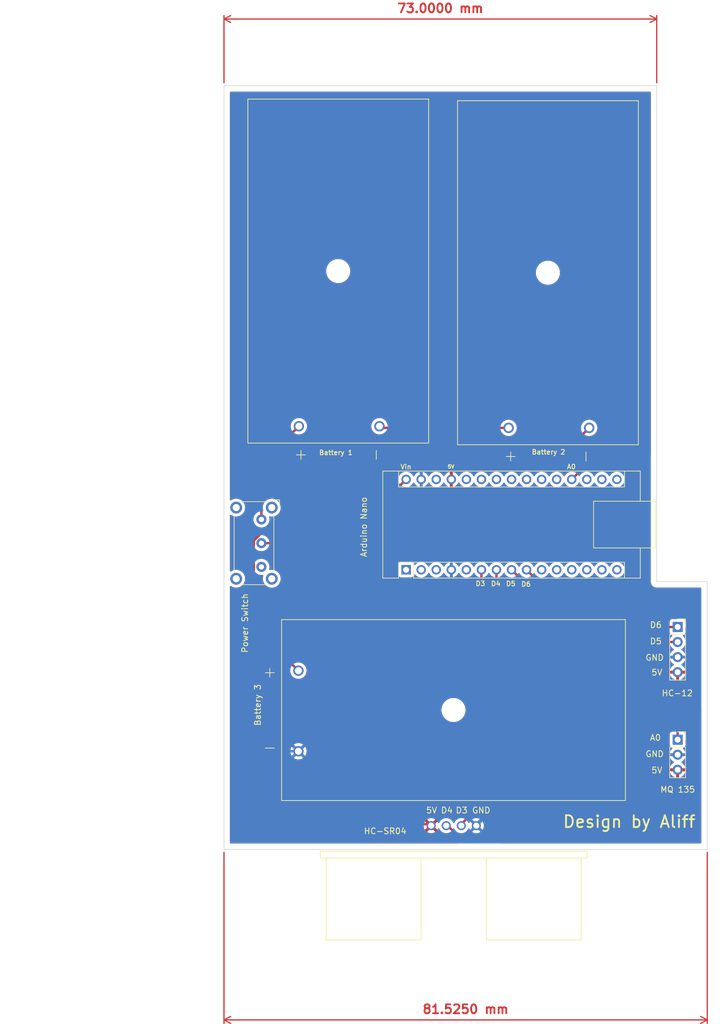
<source format=kicad_pcb>
(kicad_pcb (version 20221018) (generator pcbnew)
  (layers (0 "F.Cu" signal) (31 "B.Cu" signal) (34 "B.Paste" user) (35 "F.Paste" user) (36 "B.SilkS" user "B.Silkscreen") (37 "F.SilkS" user "F.Silkscreen") (38 "B.Mask" user) (39 "F.Mask" user) (44 "Edge.Cuts" user))
  (net 0 "")
  (net 4 "GND")
  (net 6 "/D3")
  (net 7 "/D4")
  (net 8 "/D6")
  (net 9 "/D5")
  (net 16 "/A0")
  (net 24 "Net-(A1-VIN)")
  (net 29 "/5V")
  (net 30 "Net-(SW2-A)")
  (net 31 "Net-(BT1-Pad-)")
  (net 32 "Net-(BT4-Pad-)")
  (footprint "Button_Switch_THT:SW_E-Switch_EG1224_SPDT_Angled" (layer "F.Cu") (at 80.7846 106.871 -90)
    (fp_text reference "SW2" hide)
    (fp_text value "Power switch" hide)
    (fp_line (start -3.3 -3.05) (end -2 -3.05) (stroke (width 0.12)) (layer "F.SilkS"))
    (fp_line (start -3.3 -1.75) (end -3.3 -3.05) (stroke (width 0.12)) (layer "F.SilkS"))
    (fp_line (start -3 3.85) (end -3 -1.35) (stroke (width 0.12)) (layer "F.SilkS"))
    (fp_line (start -0.95 -2.1) (end 8.95 -2.1) (stroke (width 0.12)) (layer "F.SilkS"))
    (fp_line (start 8.95 4.6) (end -0.95 4.6) (stroke (width 0.12)) (layer "F.SilkS"))
    (fp_line (start 11 -1.35) (end 11 3.85) (stroke (width 0.12)) (layer "F.SilkS"))
    (pad "" thru_hole circle (at -2 -1.75 270) (size 2 2) (drill 1.2) (layers "*.Cu" "*.Mask"))
    (pad "" thru_hole circle (at -2 4.25 270) (size 2 2) (drill 1.2) (layers "*.Cu" "*.Mask"))
    (pad "" thru_hole circle (at 10 -1.75 270) (size 2 2) (drill 1.2) (layers "*.Cu" "*.Mask"))
    (pad "" thru_hole circle (at 10 4.25 270) (size 2 2) (drill 1.2) (layers "*.Cu" "*.Mask"))
    (pad "1" thru_hole circle (at 0 0 270) (size 1.7 1.7) (drill 0.9) (layers "*.Cu" "*.Mask") (net 30 "Net-(SW2-A)"))
    (pad "2" thru_hole circle (at 4 0 270) (size 1.7 1.7) (drill 0.9) (layers "*.Cu" "*.Mask") (net 24 "Net-(A1-VIN)"))
    (pad "3" thru_hole circle (at 8 0 270) (size 1.7 1.7) (drill 0.9) (layers "*.Cu" "*.Mask"))
  )
  (footprint "Connector_PinSocket_2.54mm:PinSocket_1x03_P2.54mm_Vertical" (layer "F.Cu") (at 151 144)
    (fp_text reference "J1" hide)
    (fp_text value "MQ135" hide)
    (fp_line (start -1.33 1.27) (end -1.33 6.41) (stroke (width 0.12)) (layer "F.SilkS"))
    (fp_line (start -1.33 1.27) (end 1.33 1.27) (stroke (width 0.12)) (layer "F.SilkS"))
    (fp_line (start -1.33 6.41) (end 1.33 6.41) (stroke (width 0.12)) (layer "F.SilkS"))
    (fp_line (start 0 -1.33) (end 1.33 -1.33) (stroke (width 0.12)) (layer "F.SilkS"))
    (fp_line (start 1.33 -1.33) (end 1.33 0) (stroke (width 0.12)) (layer "F.SilkS"))
    (fp_line (start 1.33 1.27) (end 1.33 6.41) (stroke (width 0.12)) (layer "F.SilkS"))
    (pad "1" thru_hole rect (at 0 0) (size 1.7 1.7) (drill 1) (layers "*.Cu" "*.Mask") (net 16 "/A0"))
    (pad "2" thru_hole oval (at 0 2.54) (size 1.7 1.7) (drill 1) (layers "*.Cu" "*.Mask") (net 4 "GND"))
    (pad "3" thru_hole oval (at 0 5.08) (size 1.7 1.7) (drill 1) (layers "*.Cu" "*.Mask") (net 29 "/5V"))
  )
  (footprint "Module:Arduino_Nano" (layer "F.Cu") (at 105.2 115.36 90)
    (fp_text reference "A1" hide)
    (fp_text value "Arduino_Nano_Every" hide)
    (fp_line (start -1.4 -3.94) (end -1.4 -1.27) (stroke (width 0.12)) (layer "F.SilkS"))
    (fp_line (start -1.4 1.27) (end -1.4 39.5) (stroke (width 0.12)) (layer "F.SilkS"))
    (fp_line (start -1.4 39.5) (end 3.68 39.5) (stroke (width 0.12)) (layer "F.SilkS"))
    (fp_line (start 1.27 -1.27) (end -1.4 -1.27) (stroke (width 0.12)) (layer "F.SilkS"))
    (fp_line (start 1.27 1.27) (end -1.4 1.27) (stroke (width 0.12)) (layer "F.SilkS"))
    (fp_line (start 1.27 1.27) (end 1.27 -1.27) (stroke (width 0.12)) (layer "F.SilkS"))
    (fp_line (start 1.27 1.27) (end 1.27 36.83) (stroke (width 0.12)) (layer "F.SilkS"))
    (fp_line (start 1.27 36.83) (end -1.4 36.83) (stroke (width 0.12)) (layer "F.SilkS"))
    (fp_line (start 3.68 31.62) (end 11.56 31.62) (stroke (width 0.12)) (layer "F.SilkS"))
    (fp_line (start 3.68 42.04) (end 3.68 31.62) (stroke (width 0.12)) (layer "F.SilkS"))
    (fp_line (start 11.56 31.62) (end 11.56 42.04) (stroke (width 0.12)) (layer "F.SilkS"))
    (fp_line (start 11.56 42.04) (end 3.68 42.04) (stroke (width 0.12)) (layer "F.SilkS"))
    (fp_line (start 13.97 -1.27) (end 13.97 36.83) (stroke (width 0.12)) (layer "F.SilkS"))
    (fp_line (start 13.97 -1.27) (end 16.64 -1.27) (stroke (width 0.12)) (layer "F.SilkS"))
    (fp_line (start 13.97 36.83) (end 16.64 36.83) (stroke (width 0.12)) (layer "F.SilkS"))
    (fp_line (start 16.64 -3.94) (end -1.4 -3.94) (stroke (width 0.12)) (layer "F.SilkS"))
    (fp_line (start 16.64 39.5) (end 11.56 39.5) (stroke (width 0.12)) (layer "F.SilkS"))
    (fp_line (start 16.64 39.5) (end 16.64 -3.94) (stroke (width 0.12)) (layer "F.SilkS"))
    (pad "1" thru_hole rect (at 0 0 90) (size 1.6 1.6) (drill 1) (layers "*.Cu" "*.Mask"))
    (pad "2" thru_hole oval (at 0 2.54 90) (size 1.6 1.6) (drill 1) (layers "*.Cu" "*.Mask"))
    (pad "3" thru_hole oval (at 0 5.08 90) (size 1.6 1.6) (drill 1) (layers "*.Cu" "*.Mask"))
    (pad "4" thru_hole oval (at 0 7.62 90) (size 1.6 1.6) (drill 1) (layers "*.Cu" "*.Mask") (net 4 "GND"))
    (pad "5" thru_hole oval (at 0 10.16 90) (size 1.6 1.6) (drill 1) (layers "*.Cu" "*.Mask"))
    (pad "6" thru_hole oval (at 0 12.7 90) (size 1.6 1.6) (drill 1) (layers "*.Cu" "*.Mask") (net 6 "/D3"))
    (pad "7" thru_hole oval (at 0 15.24 90) (size 1.6 1.6) (drill 1) (layers "*.Cu" "*.Mask") (net 7 "/D4"))
    (pad "8" thru_hole oval (at 0 17.78 90) (size 1.6 1.6) (drill 1) (layers "*.Cu" "*.Mask") (net 9 "/D5"))
    (pad "9" thru_hole oval (at 0 20.32 90) (size 1.6 1.6) (drill 1) (layers "*.Cu" "*.Mask") (net 8 "/D6"))
    (pad "10" thru_hole oval (at 0 22.86 90) (size 1.6 1.6) (drill 1) (layers "*.Cu" "*.Mask"))
    (pad "11" thru_hole oval (at 0 25.4 90) (size 1.6 1.6) (drill 1) (layers "*.Cu" "*.Mask"))
    (pad "12" thru_hole oval (at 0 27.94 90) (size 1.6 1.6) (drill 1) (layers "*.Cu" "*.Mask"))
    (pad "13" thru_hole oval (at 0 30.48 90) (size 1.6 1.6) (drill 1) (layers "*.Cu" "*.Mask"))
    (pad "14" thru_hole oval (at 0 33.02 90) (size 1.6 1.6) (drill 1) (layers "*.Cu" "*.Mask"))
    (pad "15" thru_hole oval (at 0 35.56 90) (size 1.6 1.6) (drill 1) (layers "*.Cu" "*.Mask"))
    (pad "16" thru_hole oval (at 15.24 35.56 90) (size 1.6 1.6) (drill 1) (layers "*.Cu" "*.Mask"))
    (pad "17" thru_hole oval (at 15.24 33.02 90) (size 1.6 1.6) (drill 1) (layers "*.Cu" "*.Mask"))
    (pad "18" thru_hole oval (at 15.24 30.48 90) (size 1.6 1.6) (drill 1) (layers "*.Cu" "*.Mask"))
    (pad "19" thru_hole oval (at 15.24 27.94 90) (size 1.6 1.6) (drill 1) (layers "*.Cu" "*.Mask") (net 16 "/A0"))
    (pad "20" thru_hole oval (at 15.24 25.4 90) (size 1.6 1.6) (drill 1) (layers "*.Cu" "*.Mask"))
    (pad "21" thru_hole oval (at 15.24 22.86 90) (size 1.6 1.6) (drill 1) (layers "*.Cu" "*.Mask"))
    (pad "22" thru_hole oval (at 15.24 20.32 90) (size 1.6 1.6) (drill 1) (layers "*.Cu" "*.Mask"))
    (pad "23" thru_hole oval (at 15.24 17.78 90) (size 1.6 1.6) (drill 1) (layers "*.Cu" "*.Mask"))
    (pad "24" thru_hole oval (at 15.24 15.24 90) (size 1.6 1.6) (drill 1) (layers "*.Cu" "*.Mask"))
    (pad "25" thru_hole oval (at 15.24 12.7 90) (size 1.6 1.6) (drill 1) (layers "*.Cu" "*.Mask"))
    (pad "26" thru_hole oval (at 15.24 10.16 90) (size 1.6 1.6) (drill 1) (layers "*.Cu" "*.Mask"))
    (pad "27" thru_hole oval (at 15.24 7.62 90) (size 1.6 1.6) (drill 1) (layers "*.Cu" "*.Mask") (net 29 "/5V"))
    (pad "28" thru_hole oval (at 15.24 5.08 90) (size 1.6 1.6) (drill 1) (layers "*.Cu" "*.Mask"))
    (pad "29" thru_hole oval (at 15.24 2.54 90) (size 1.6 1.6) (drill 1) (layers "*.Cu" "*.Mask") (net 4 "GND"))
    (pad "30" thru_hole oval (at 15.24 0 90) (size 1.6 1.6) (drill 1) (layers "*.Cu" "*.Mask") (net 24 "Net-(A1-VIN)"))
  )
  (footprint "HC-SR04:XCVR_HC-SR04" (layer "F.Cu") (at 113.23 158.5)
    (fp_text reference "U1" hide)
    (fp_text value "HC-SR04" hide)
    (fp_line (start -22.5 4.27) (end 22.5 4.27) (stroke (width 0.127)) (layer "F.SilkS"))
    (fp_line (start -22.5 5.47) (end -22.5 4.27) (stroke (width 0.127)) (layer "F.SilkS"))
    (fp_line (start -21.5 5.47) (end -22.5 5.47) (stroke (width 0.127)) (layer "F.SilkS"))
    (fp_line (start -21.5 5.47) (end -21.5 19.27) (stroke (width 0.127)) (layer "F.SilkS"))
    (fp_line (start -21.5 19.27) (end -5.5 19.27) (stroke (width 0.127)) (layer "F.SilkS"))
    (fp_line (start -5.5 5.47) (end -21.5 5.47) (stroke (width 0.127)) (layer "F.SilkS"))
    (fp_line (start -5.5 5.47) (end -5.5 19.27) (stroke (width 0.127)) (layer "F.SilkS"))
    (fp_line (start 5.5 5.47) (end -5.5 5.47) (stroke (width 0.127)) (layer "F.SilkS"))
    (fp_line (start 5.5 5.47) (end 5.5 19.27) (stroke (width 0.127)) (layer "F.SilkS"))
    (fp_line (start 5.5 19.27) (end 21.5 19.27) (stroke (width 0.127)) (layer "F.SilkS"))
    (fp_line (start 21.5 5.47) (end 5.5 5.47) (stroke (width 0.127)) (layer "F.SilkS"))
    (fp_line (start 21.5 5.47) (end 21.5 19.27) (stroke (width 0.127)) (layer "F.SilkS"))
    (fp_line (start 22.5 4.27) (end 22.5 5.47) (stroke (width 0.127)) (layer "F.SilkS"))
    (fp_line (start 22.5 5.47) (end 21.5 5.47) (stroke (width 0.127)) (layer "F.SilkS"))
    (pad "1" thru_hole circle (at -3.81 0) (size 1.53 1.53) (drill 1.02) (layers "*.Cu" "*.Mask") (net 29 "/5V"))
    (pad "2" thru_hole circle (at -1.27 0) (size 1.53 1.53) (drill 1.02) (layers "*.Cu" "*.Mask") (net 7 "/D4"))
    (pad "3" thru_hole circle (at 1.27 0) (size 1.53 1.53) (drill 1.02) (layers "*.Cu" "*.Mask") (net 6 "/D3"))
    (pad "4" thru_hole circle (at 3.81 0) (size 1.53 1.53) (drill 1.02) (layers "*.Cu" "*.Mask") (net 4 "GND"))
  )
  (footprint "Battery holder:BAT_BC2AAPC" (layer "F.Cu") (at 129.125 65.275 90)
    (fp_text reference "BT4" hide)
    (fp_text value "Battery pack 9V" hide)
    (fp_line (start -31.74 -6.29) (end -30.24 -6.29) (stroke (width 0.127)) (layer "F.SilkS"))
    (fp_line (start -31.74 6.41) (end -30.24 6.41) (stroke (width 0.127)) (layer "F.SilkS"))
    (fp_line (start -30.99 -5.54) (end -30.99 -7.04) (stroke (width 0.127)) (layer "F.SilkS"))
    (fp_line (start -29 -15.25) (end 29 -15.25) (stroke (width 0.127)) (layer "F.SilkS"))
    (fp_line (start -29 15.25) (end -29 -15.25) (stroke (width 0.127)) (layer "F.SilkS"))
    (fp_line (start 29 -15.25) (end 29 15.25) (stroke (width 0.127)) (layer "F.SilkS"))
    (fp_line (start 29 15.25) (end -29 15.25) (stroke (width 0.127)) (layer "F.SilkS"))
    (pad "" np_thru_hole circle (at 0 -0.01 90) (size 3.56 3.56) (drill 3.56) (layers "*.Cu" "*.Mask"))
    (pad "+" thru_hole circle (at -26.16 -6.64 90) (size 1.755 1.755) (drill 1.17) (layers "*.Cu" "*.Mask") (net 31 "Net-(BT1-Pad-)"))
    (pad "-" thru_hole circle (at -26.16 6.95 90) (size 1.755 1.755) (drill 1.17) (layers "*.Cu" "*.Mask") (net 32 "Net-(BT4-Pad-)"))
  )
  (footprint "Battery holder:BAT_BC2AAPC" (layer "F.Cu") (at 93.75 65 90)
    (fp_text reference "BT1" hide)
    (fp_text value "Battery pack 3.7v " hide)
    (fp_line (start -31.74 -6.29) (end -30.24 -6.29) (stroke (width 0.127)) (layer "F.SilkS"))
    (fp_line (start -31.74 6.41) (end -30.24 6.41) (stroke (width 0.127)) (layer "F.SilkS"))
    (fp_line (start -30.99 -5.54) (end -30.99 -7.04) (stroke (width 0.127)) (layer "F.SilkS"))
    (fp_line (start -29 -15.25) (end 29 -15.25) (stroke (width 0.127)) (layer "F.SilkS"))
    (fp_line (start -29 15.25) (end -29 -15.25) (stroke (width 0.127)) (layer "F.SilkS"))
    (fp_line (start 29 -15.25) (end 29 15.25) (stroke (width 0.127)) (layer "F.SilkS"))
    (fp_line (start 29 15.25) (end -29 15.25) (stroke (width 0.127)) (layer "F.SilkS"))
    (pad "" np_thru_hole circle (at 0 -0.01 90) (size 3.56 3.56) (drill 3.56) (layers "*.Cu" "*.Mask"))
    (pad "+" thru_hole circle (at -26.16 -6.64 90) (size 1.755 1.755) (drill 1.17) (layers "*.Cu" "*.Mask") (net 30 "Net-(SW2-A)"))
    (pad "-" thru_hole circle (at -26.16 6.95 90) (size 1.755 1.755) (drill 1.17) (layers "*.Cu" "*.Mask") (net 31 "Net-(BT1-Pad-)"))
  )
  (footprint "Battery holder:BAT_BC2AAPC" (layer "F.Cu") (at 113.19 139.01)
    (fp_text reference "BT5" hide)
    (fp_text value "Battery pack 3.7v " hide)
    (fp_line (start -31.74 -6.29) (end -30.24 -6.29) (stroke (width 0.127)) (layer "F.SilkS"))
    (fp_line (start -31.74 6.41) (end -30.24 6.41) (stroke (width 0.127)) (layer "F.SilkS"))
    (fp_line (start -30.99 -5.54) (end -30.99 -7.04) (stroke (width 0.127)) (layer "F.SilkS"))
    (fp_line (start -29 -15.25) (end 29 -15.25) (stroke (width 0.127)) (layer "F.SilkS"))
    (fp_line (start -29 15.25) (end -29 -15.25) (stroke (width 0.127)) (layer "F.SilkS"))
    (fp_line (start 29 -15.25) (end 29 15.25) (stroke (width 0.127)) (layer "F.SilkS"))
    (fp_line (start 29 15.25) (end -29 15.25) (stroke (width 0.127)) (layer "F.SilkS"))
    (pad "" np_thru_hole circle (at 0 -0.01) (size 3.56 3.56) (drill 3.56) (layers "*.Cu" "*.Mask"))
    (pad "+" thru_hole circle (at -26.16 -6.64) (size 1.755 1.755) (drill 1.17) (layers "*.Cu" "*.Mask") (net 32 "Net-(BT4-Pad-)"))
    (pad "-" thru_hole circle (at -26.16 6.95) (size 1.755 1.755) (drill 1.17) (layers "*.Cu" "*.Mask") (net 4 "GND"))
  )
  (footprint "Connector_PinSocket_2.54mm:PinSocket_1x04_P2.54mm_Vertical" (layer "F.Cu") (at 151 125)
    (fp_text reference "J3" hide)
    (fp_text value "HC-12" hide)
    (fp_line (start -1.33 1.27) (end -1.33 8.95) (stroke (width 0.12)) (layer "F.SilkS"))
    (fp_line (start -1.33 1.27) (end 1.33 1.27) (stroke (width 0.12)) (layer "F.SilkS"))
    (fp_line (start -1.33 8.95) (end 1.33 8.95) (stroke (width 0.12)) (layer "F.SilkS"))
    (fp_line (start 0 -1.33) (end 1.33 -1.33) (stroke (width 0.12)) (layer "F.SilkS"))
    (fp_line (start 1.33 -1.33) (end 1.33 0) (stroke (width 0.12)) (layer "F.SilkS"))
    (fp_line (start 1.33 1.27) (end 1.33 8.95) (stroke (width 0.12)) (layer "F.SilkS"))
    (pad "1" thru_hole rect (at 0 0) (size 1.7 1.7) (drill 1) (layers "*.Cu" "*.Mask") (net 8 "/D6"))
    (pad "2" thru_hole oval (at 0 2.54) (size 1.7 1.7) (drill 1) (layers "*.Cu" "*.Mask") (net 9 "/D5"))
    (pad "3" thru_hole oval (at 0 5.08) (size 1.7 1.7) (drill 1) (layers "*.Cu" "*.Mask") (net 4 "GND"))
    (pad "4" thru_hole oval (at 0 7.62) (size 1.7 1.7) (drill 1) (layers "*.Cu" "*.Mask") (net 29 "/5V"))
  )
  (gr_line (start 156 148.775) (end 156 155.75) (stroke (width 0.1)) (layer "Edge.Cuts"))
  (gr_line (start 147.475 33.75) (end 74.475 33.75) (stroke (width 0.1)) (layer "Edge.Cuts"))
  (gr_line (start 156 162.5) (end 74.475 162.5) (stroke (width 0.1)) (layer "Edge.Cuts"))
  (gr_line (start 74.475 148.775) (end 74.475 162.5) (stroke (width 0.1)) (layer "Edge.Cuts"))
  (gr_line (start 74.475 33.75) (end 74.475 137.4516) (stroke (width 0.1)) (layer "Edge.Cuts"))
  (gr_line (start 156 117.35) (end 147.475 117.35) (stroke (width 0.1)) (layer "Edge.Cuts"))
  (gr_line (start 74.475 137.4516) (end 74.475 148.775) (stroke (width 0.1)) (layer "Edge.Cuts"))
  (gr_line (start 147.475 117.35) (end 147.475 33.75) (stroke (width 0.1)) (layer "Edge.Cuts"))
  (gr_line (start 156 148.775) (end 156 117.35) (stroke (width 0.1)) (layer "Edge.Cuts"))
  (gr_line (start 156 155.75) (end 156 162.5) (stroke (width 0.1)) (layer "Edge.Cuts"))
  (gr_text "Battery 2" (at 126.325 95.975) (layer "F.SilkS") (effects (font (size 0.8 0.8)) (justify left bottom)))
  (gr_text "5V" (at 112.125 98.325) (layer "F.SilkS") (effects (font (size 0.6 0.6)) (justify left bottom)))
  (gr_text "Battery 1" (at 90.45 96.075) (layer "F.SilkS") (effects (font (size 0.8 0.8)) (justify left bottom)))
  (gr_text "Arduino Nano\n" (at 98.65 113.3 90) (layer "F.SilkS") (effects (font (size 1 1)) (justify left bottom)))
  (gr_text "D6" (at 146.25 125.25) (layer "F.SilkS") (effects (font (size 1 1)) (justify left bottom)))
  (gr_text "Design by Aliff" (at 131.5 159) (layer "F.SilkS") (effects (font (size 2 2) (thickness 0.3) bold) (justify left bottom)))
  (gr_text "GND\n" (at 145.5 130.75) (layer "F.SilkS") (effects (font (size 1 1)) (justify left bottom)))
  (gr_text "D5" (at 146.25 128) (layer "F.SilkS") (effects (font (size 1 1)) (justify left bottom)))
  (gr_text "D3" (at 116.85 118.15) (layer "F.SilkS") (effects (font (size 0.8 0.8)) (justify left bottom)))
  (gr_text "A0" (at 146.25 144.25) (layer "F.SilkS") (effects (font (size 1 1)) (justify left bottom)))
  (gr_text "D4" (at 119.45 118.175) (layer "F.SilkS") (effects (font (size 0.8 0.8)) (justify left bottom)))
  (gr_text "5V" (at 108.5 156.5) (layer "F.SilkS") (effects (font (size 1 1)) (justify left bottom)))
  (gr_text "Battery 3" (at 80.75 141.75 90) (layer "F.SilkS") (effects (font (size 1 1)) (justify left bottom)))
  (gr_text "D4" (at 111 156.5) (layer "F.SilkS") (effects (font (size 1 1)) (justify left bottom)))
  (gr_text "GND\n" (at 116.25 156.5) (layer "F.SilkS") (effects (font (size 1 1)) (justify left bottom)))
  (gr_text "5V\n" (at 146.5 149.75) (layer "F.SilkS") (effects (font (size 1 1)) (justify left bottom)))
  (gr_text "Power Switch\n" (at 78.6002 129.4506 90) (layer "F.SilkS") (effects (font (size 1 1)) (justify left bottom)))
  (gr_text "HC-12\n" (at 148.25 136.75) (layer "F.SilkS") (effects (font (size 1 1)) (justify left bottom)))
  (gr_text "D3" (at 113.5 156.5) (layer "F.SilkS") (effects (font (size 1 1)) (justify left bottom)))
  (gr_text "Vin" (at 104.175 98.475) (layer "F.SilkS") (effects (font (size 0.8 0.8)) (justify left bottom)))
  (gr_text "D6\n" (at 124.55 118.25) (layer "F.SilkS") (effects (font (size 0.8 0.8)) (justify left bottom)))
  (gr_text "GND\n" (at 145.5 147) (layer "F.SilkS") (effects (font (size 1 1)) (justify left bottom)))
  (gr_text "HC-SR04\n" (at 98 160) (layer "F.SilkS") (effects (font (size 1 1)) (justify left bottom)))
  (gr_text "5V" (at 146.5 133.25) (layer "F.SilkS") (effects (font (size 1 1)) (justify left bottom)))
  (gr_text "A0" (at 132.25 98.45) (layer "F.SilkS") (effects (font (size 0.8 0.8)) (justify left bottom)))
  (gr_text "D5" (at 121.975 118.175) (layer "F.SilkS") (effects (font (size 0.8 0.8)) (justify left bottom)))
  (gr_text "MQ 135\n" (at 148 153) (layer "F.SilkS") (effects (font (size 1 1)) (justify left bottom)))
  (dimension (type aligned) (layer "F.Cu") (pts (xy 74.475 162.5) (xy 156 162.5)) (height 28.75) (gr_text "81.5250 mm" (at 115.2375 189.45) (layer "F.Cu") (effects (font (size 1.5 1.5) (thickness 0.3)))) (format (prefix "") (suffix "") (units 3) (units_format 1) (precision 4)) (style (thickness 0.2) (arrow_length 1.27) (text_position_mode 0) (extension_height 0.58642) (extension_offset 0.5) keep_text_aligned))
  (dimension (type aligned) (layer "F.Cu") (pts (xy 74.475 33.75) (xy 147.475 33.75)) (height -11.25) (gr_text "73.0000 mm" (at 110.975 20.7) (layer "F.Cu") (effects (font (size 1.5 1.5) (thickness 0.3)))) (format (prefix "") (suffix "") (units 3) (units_format 1) (precision 4)) (style (thickness 0.2) (arrow_length 1.27) (text_position_mode 0) (extension_height 0.58642) (extension_offset 0.5) keep_text_aligned))
  (segment (start 145.46 146.54) (end 145 147) (width 0.4) (layer "B.Cu") (net 4))
  (segment (start 87.03 145.96) (end 85.04 145.96) (width 0.4) (layer "B.Cu") (net 4))
  (segment (start 107.74 104.26) (end 107 105) (width 0.4) (layer "B.Cu") (net 4))
  (segment (start 147.08 130.08) (end 147 130) (width 0.4) (layer "B.Cu") (net 4))
  (segment (start 117.04 158.25) (end 118.29 157) (width 0.4) (layer "B.Cu") (net 4))
  (segment (start 118.29 157) (end 124 157) (width 0.4) (layer "B.Cu") (net 4))
  (segment (start 151 130.08) (end 147.08 130.08) (width 0.4) (layer "B.Cu") (net 4))
  (segment (start 151 146.54) (end 145.46 146.54) (width 0.4) (layer "B.Cu") (net 4))
  (segment (start 107.74 100.12) (end 107.74 104.26) (width 0.4) (layer "B.Cu") (net 4))
  (segment (start 85.04 145.96) (end 81 150) (width 0.4) (layer "B.Cu") (net 4))
  (segment (start 114.5 158.25) (end 117.9 154.85) (width 0.4) (layer "F.Cu") (net 6))
  (segment (start 117.9 154.85) (end 117.9 115.36) (width 0.4) (layer "F.Cu") (net 6))
  (segment (start 120.44 161.06) (end 120.44 115.36) (width 0.4) (layer "F.Cu") (net 7))
  (segment (start 111.96 158.25) (end 114.96 161.25) (width 0.4) (layer "F.Cu") (net 7))
  (segment (start 120.25 161.25) (end 120.44 161.06) (width 0.4) (layer "F.Cu") (net 7))
  (segment (start 114.96 161.25) (end 120.25 161.25) (width 0.4) (layer "F.Cu") (net 7))
  (segment (start 151 125) (end 135.16 125) (width 0.4) (layer "F.Cu") (net 8))
  (segment (start 135.16 125) (end 125.52 115.36) (width 0.4) (layer "F.Cu") (net 8))
  (segment (start 151 127.54) (end 135.16 127.54) (width 0.4) (layer "F.Cu") (net 9))
  (segment (start 135.16 127.54) (end 122.98 115.36) (width 0.4) (layer "F.Cu") (net 9))
  (segment (start 151 141.25) (end 154.25 138) (width 0.4) (layer "F.Cu") (net 16))
  (segment (start 154.25 121.25) (end 153 120) (width 0.4) (layer "F.Cu") (net 16))
  (segment (start 146 120) (end 146 96.75) (width 0.4) (layer "F.Cu") (net 16))
  (segment (start 136.51 96.75) (end 133.14 100.12) (width 0.4) (layer "F.Cu") (net 16))
  (segment (start 153 120) (end 146 120) (width 0.4) (layer "F.Cu") (net 16))
  (segment (start 154.25 138) (end 154.25 121.25) (width 0.4) (layer "F.Cu") (net 16))
  (segment (start 151 144) (end 151 141.25) (width 0.4) (layer "F.Cu") (net 16))
  (segment (start 146 96.75) (end 136.51 96.75) (width 0.4) (layer "F.Cu") (net 16))
  (segment (start 105.2 100.12) (end 94.449 110.871) (width 0.4) (layer "F.Cu") (net 24))
  (segment (start 94.449 110.871) (end 80.7846 110.871) (width 0.4) (layer "F.Cu") (net 24))
  (segment (start 146.38 132.62) (end 146 133) (width 0.4) (layer "F.Cu") (net 29))
  (segment (start 146.92 149.08) (end 146 150) (width 0.4) (layer "F.Cu") (net 29))
  (segment (start 151 149.08) (end 146.92 149.08) (width 0.4) (layer "F.Cu") (net 29))
  (segment (start 151 132.62) (end 146.38 132.62) (width 0.4) (layer "F.Cu") (net 29))
  (segment (start 112.82 100.12) (end 112.82 98.82) (width 0.4) (layer "F.Cu") (net 29))
  (segment (start 112.82 98.82) (end 112 98) (width 0.4) (layer "F.Cu") (net 29))
  (segment (start 105.25 158.25) (end 104 157) (width 0.4) (layer "F.Cu") (net 29))
  (segment (start 109.42 158.25) (end 105.25 158.25) (width 0.4) (layer "F.Cu") (net 29))
  (segment (start 80.7846 97.4854) (end 80.7846 106.871) (width 0.4) (layer "F.Cu") (net 30))
  (segment (start 87.11 91.16) (end 80.7846 97.4854) (width 0.4) (layer "F.Cu") (net 30))
  (segment (start 100.975 91.435) (end 100.7 91.16) (width 0.4) (layer "F.Cu") (net 31))
  (segment (start 122.485 91.435) (end 100.975 91.435) (width 0.4) (layer "F.Cu") (net 31))
  (segment (start 79.5 110.458543) (end 79.5 124.84) (width 0.4) (layer "F.Cu") (net 32))
  (segment (start 93.233543 96.725) (end 79.5 110.458543) (width 0.4) (layer "F.Cu") (net 32))
  (segment (start 130.785 96.725) (end 93.233543 96.725) (width 0.4) (layer "F.Cu") (net 32))
  (segment (start 79.5 124.84) (end 87.03 132.37) (width 0.4) (layer "F.Cu") (net 32))
  (segment (start 136.075 91.435) (end 130.785 96.725) (width 0.4) (layer "F.Cu") (net 32))
  (zone (net 29) (net_name "/5V") (layer "F.Cu") (connect_pads (clearance 0.5)) (min_thickness 0.25) (fill yes (thermal_gap 0.5) (thermal_bridge_width 0.5))
    (polygon (pts (xy 69 170) (xy 159 170) (xy 159 112) (xy 151 112) (xy 151 30) (xy 69 30)))
  )
  (zone (net 4) (net_name "GND") (layer "B.Cu") (priority 1) (connect_pads (clearance 0.5)) (min_thickness 0.25) (fill yes (thermal_gap 0.5) (thermal_bridge_width 0.5))
    (polygon (pts (xy 69 30) (xy 69 170) (xy 159 170) (xy 159 112) (xy 151 112) (xy 151 30)))
  )
)
</source>
